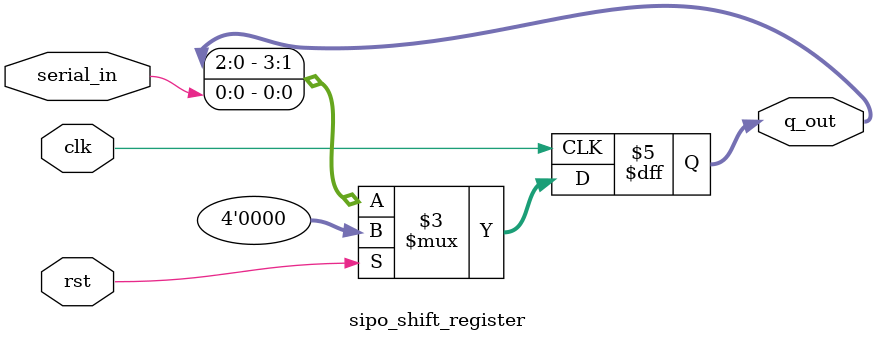
<source format=sv>
module sipo_shift_register (
    input wire clk,
    input wire rst,
    input wire serial_in,
    output reg [3:0] q_out
);

    always @(posedge clk) begin
        if (rst) begin
            q_out <= 4'b0000;
        end else begin
            q_out <= {q_out[2:0], serial_in};
        end
    end

endmodule

</source>
